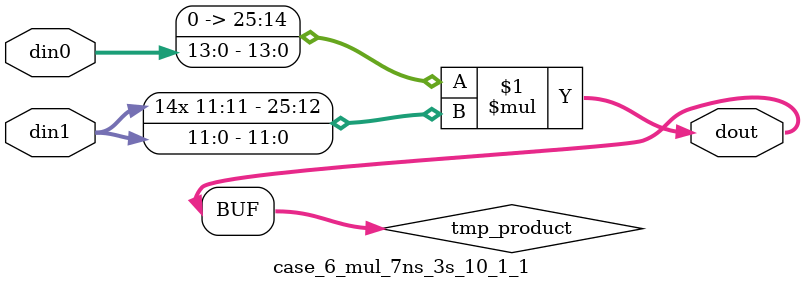
<source format=v>

`timescale 1 ns / 1 ps

 (* use_dsp = "no" *)  module case_6_mul_7ns_3s_10_1_1(din0, din1, dout);
parameter ID = 1;
parameter NUM_STAGE = 0;
parameter din0_WIDTH = 14;
parameter din1_WIDTH = 12;
parameter dout_WIDTH = 26;

input [din0_WIDTH - 1 : 0] din0; 
input [din1_WIDTH - 1 : 0] din1; 
output [dout_WIDTH - 1 : 0] dout;

wire signed [dout_WIDTH - 1 : 0] tmp_product;

























assign tmp_product = $signed({1'b0, din0}) * $signed(din1);










assign dout = tmp_product;





















endmodule

</source>
